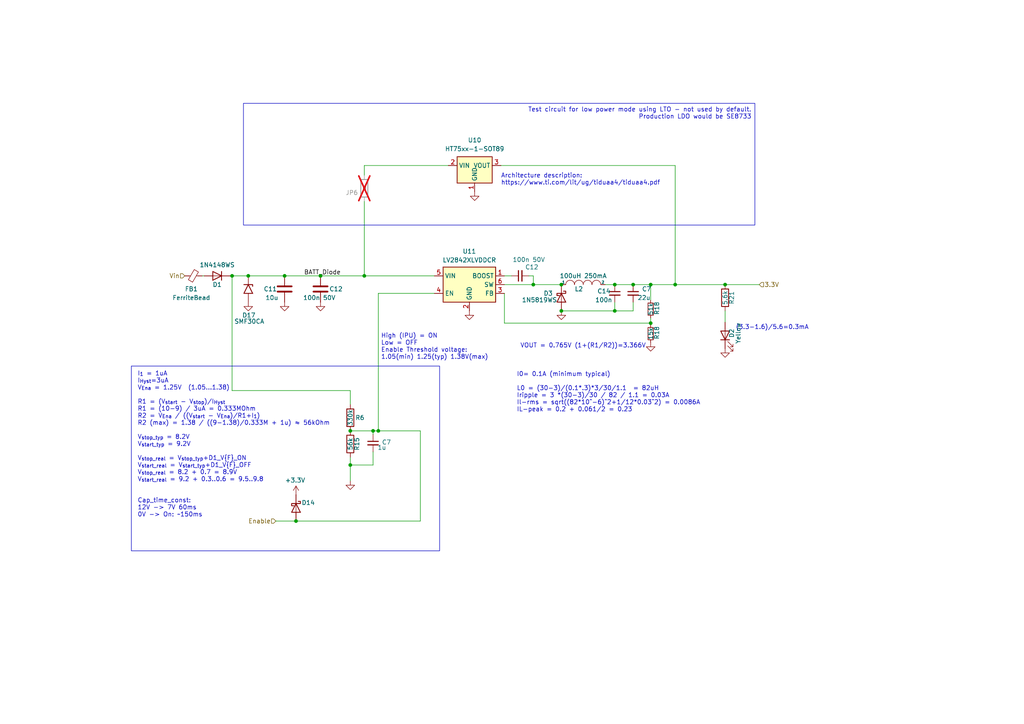
<source format=kicad_sch>
(kicad_sch (version 20230121) (generator eeschema)
  (paper "A4")
  (lib_symbols
    (symbol "Device:C" (pin_numbers hide) (pin_names (offset 0.254))
      (property "Reference" "C" (at 0.635 2.54 0))
      (property "Value" "C" (at 0.635 -2.54 0))
      (symbol "C_0_1"
        (polyline (pts (xy -2.032 -0.762) (xy 2.032 -0.762)) (stroke (width 0.508)))
        (polyline (pts (xy -2.032 0.762) (xy 2.032 0.762)) (stroke (width 0.508)))
      )
      (symbol "C_1_1"
        (pin passive line (at 0 3.81 270) (length 2.794) (name "~") (number "1"))
        (pin passive line (at 0 -3.81 90) (length 2.794) (name "~") (number "2"))
      )
    )
    (symbol "Device:C_Small" (pin_numbers hide) (pin_names (offset 0.254) hide)
      (property "Reference" "C" (at 0.254 1.778 0))
      (property "Value" "C_Small" (at 0.254 -2.032 0))
      (symbol "C_Small_0_1"
        (polyline (pts (xy -1.524 -0.508) (xy 1.524 -0.508)) (stroke (width 0.3302)))
        (polyline (pts (xy -1.524 0.508) (xy 1.524 0.508)) (stroke (width 0.3048)))
      )
      (symbol "C_Small_1_1"
        (pin passive line (at 0 2.54 270) (length 2.032) (name "~") (number "1"))
        (pin passive line (at 0 -2.54 90) (length 2.032) (name "~") (number "2"))
      )
    )
    (symbol "Device:FerriteBead_Small" (pin_numbers hide) (pin_names (offset 0))
      (property "Reference" "FB" (at 1.905 1.27 0))
      (property "Value" "FerriteBead_Small" (at 1.905 -1.27 0))
      (symbol "FerriteBead_Small_0_1"
        (polyline (pts (xy 0 -1.27) (xy 0 -0.7874)))
        (polyline (pts (xy 0 0.889) (xy 0 1.2954)))
        (polyline (pts (xy -1.8288 0.2794) (xy -1.1176 1.4986) (xy 1.8288 -0.2032) (xy 1.1176 -1.4224) (xy -1.8288 0.2794)))
      )
      (symbol "FerriteBead_Small_1_1"
        (pin passive line (at 0 2.54 270) (length 1.27) (name "~") (number "1"))
        (pin passive line (at 0 -2.54 90) (length 1.27) (name "~") (number "2"))
      )
    )
    (symbol "Device:LED" (pin_numbers hide) (pin_names (offset 1.016) hide)
      (property "Reference" "D" (at 0 2.54 0))
      (property "Value" "LED" (at 0 -2.54 0))
      (symbol "LED_0_1"
        (polyline (pts (xy -1.27 -1.27) (xy -1.27 1.27)) (stroke (width 0.254)))
        (polyline (pts (xy -1.27 0) (xy 1.27 0)))
        (polyline (pts (xy 1.27 -1.27) (xy 1.27 1.27) (xy -1.27 0) (xy 1.27 -1.27)) (stroke (width 0.254)))
        (polyline (pts (xy -3.048 -0.762) (xy -4.572 -2.286) (xy -3.81 -2.286) (xy -4.572 -2.286) (xy -4.572 -1.524)))
        (polyline (pts (xy -1.778 -0.762) (xy -3.302 -2.286) (xy -2.54 -2.286) (xy -3.302 -2.286) (xy -3.302 -1.524)))
      )
      (symbol "LED_1_1"
        (pin passive line (at -3.81 0 0) (length 2.54) (name "K") (number "1"))
        (pin passive line (at 3.81 0 180) (length 2.54) (name "A") (number "2"))
      )
    )
    (symbol "Device:R" (pin_numbers hide) (pin_names (offset 0))
      (property "Reference" "R" (at 2.032 0 90))
      (property "Value" "R" (at 0 0 90))
      (symbol "R_0_1"
        (rectangle (start -1.016 -2.54) (end 1.016 2.54) (stroke (width 0.254)))
      )
      (symbol "R_1_1"
        (pin passive line (at 0 3.81 270) (length 1.27) (name "~") (number "1"))
        (pin passive line (at 0 -3.81 90) (length 1.27) (name "~") (number "2"))
      )
    )
    (symbol "Device:R_Small" (pin_numbers hide) (pin_names (offset 0.254) hide)
      (property "Reference" "R" (at 0.762 0.508 0))
      (property "Value" "R_Small" (at 0.762 -1.016 0))
      (symbol "R_Small_0_1"
        (rectangle (start -0.762 1.778) (end 0.762 -1.778) (stroke (width 0.2032)))
      )
      (symbol "R_Small_1_1"
        (pin passive line (at 0 2.54 270) (length 0.762) (name "~") (number "1"))
        (pin passive line (at 0 -2.54 90) (length 0.762) (name "~") (number "2"))
      )
    )
    (symbol "Diode:1N4148WS" (pin_numbers hide) (pin_names hide)
      (property "Reference" "D" (at 0 2.54 0))
      (property "Value" "1N4148WS" (at 0 -2.54 0))
      (symbol "1N4148WS_0_1"
        (polyline (pts (xy -1.27 1.27) (xy -1.27 -1.27)) (stroke (width 0.254)))
        (polyline (pts (xy 1.27 0) (xy -1.27 0)))
        (polyline (pts (xy 1.27 1.27) (xy 1.27 -1.27) (xy -1.27 0) (xy 1.27 1.27)) (stroke (width 0.254)))
      )
      (symbol "1N4148WS_1_1"
        (pin passive line (at -3.81 0 0) (length 2.54) (name "K") (number "1"))
        (pin passive line (at 3.81 0 180) (length 2.54) (name "A") (number "2"))
      )
    )
    (symbol "Diode:1N5819" (pin_numbers hide) (pin_names (offset 1.016) hide)
      (property "Reference" "D" (at 0 2.54 0))
      (property "Value" "1N5819" (at 0 -2.54 0))
      (symbol "1N5819_0_1"
        (polyline (pts (xy 1.27 0) (xy -1.27 0)))
        (polyline (pts (xy 1.27 1.27) (xy 1.27 -1.27) (xy -1.27 0) (xy 1.27 1.27)) (stroke (width 0.254)))
        (polyline (pts (xy -1.905 0.635) (xy -1.905 1.27) (xy -1.27 1.27) (xy -1.27 -1.27) (xy -0.635 -1.27) (xy -0.635 -0.635)) (stroke (width 0.254)))
      )
      (symbol "1N5819_1_1"
        (pin passive line (at -3.81 0 0) (length 2.54) (name "K") (number "1"))
        (pin passive line (at 3.81 0 180) (length 2.54) (name "A") (number "2"))
      )
    )
    (symbol "Diode:SMF30A" (pin_numbers hide) (pin_names (offset 1.016) hide)
      (property "Reference" "D" (at 0 2.54 0))
      (property "Value" "SMF30A" (at 0 -2.54 0))
      (symbol "SMF30A_0_1"
        (polyline (pts (xy -0.762 1.27) (xy -1.27 1.27) (xy -1.27 -1.27)) (stroke (width 0.254)))
        (polyline (pts (xy 1.27 1.27) (xy 1.27 -1.27) (xy -1.27 0) (xy 1.27 1.27)) (stroke (width 0.254)))
      )
      (symbol "SMF30A_1_1"
        (pin passive line (at -3.81 0 0) (length 2.54) (name "A1") (number "1"))
        (pin passive line (at 3.81 0 180) (length 2.54) (name "A2") (number "2"))
      )
    )
    (symbol "Regulator_Linear:HT75xx-1-SOT89"
      (property "Reference" "U" (at -5.08 -3.81 0))
      (property "Value" "HT75xx-1-SOT89" (at 0 6.35 0))
      (symbol "HT75xx-1-SOT89_0_1"
        (rectangle (start -5.08 5.08) (end 5.08 -2.54) (stroke (width 0.254)) (fill (type background)))
      )
      (symbol "HT75xx-1-SOT89_1_1"
        (pin power_in line (at 0 -5.08 90) (length 2.54) (name "GND") (number "1"))
        (pin power_in line (at -7.62 2.54 0) (length 2.54) (name "VIN") (number "2"))
        (pin power_out line (at 7.62 2.54 180) (length 2.54) (name "VOUT") (number "3"))
      )
    )
    (symbol "Regulator_Switching:LM2842X"
      (property "Reference" "U" (at -7.62 6.35 0))
      (property "Value" "LM2842X" (at 0 6.35 0))
      (symbol "LM2842X_0_1"
        (rectangle (start -7.62 5.08) (end 7.62 -5.08) (stroke (width 0.254)) (fill (type background)))
        (pin input line (at 10.16 2.54 180) (length 2.54) (name "BOOST") (number "1"))
      )
      (symbol "LM2842X_1_1"
        (pin power_in line (at 0 -7.62 90) (length 2.54) (name "GND") (number "2"))
        (pin input line (at 10.16 -2.54 180) (length 2.54) (name "FB") (number "3"))
        (pin input line (at -10.16 -2.54 0) (length 2.54) (name "EN") (number "4"))
        (pin power_in line (at -10.16 2.54 0) (length 2.54) (name "VIN") (number "5"))
        (pin output line (at 10.16 0 180) (length 2.54) (name "SW") (number "6"))
      )
    )
    (symbol "power:+3.3V" (power) (pin_names (offset 0))
      (property "Value" "+3.3V" (at 0 3.556 0))
      (symbol "+3.3V_0_1"
        (polyline (pts (xy -0.762 1.27) (xy 0 2.54)))
        (polyline (pts (xy 0 0) (xy 0 2.54)))
        (polyline (pts (xy 0 2.54) (xy 0.762 1.27)))
      )
      (symbol "+3.3V_1_1"
        (pin power_in line (at 0 0 90) (length 0) hide (name "+3.3V") (number "1"))
      )
    )
    (symbol "power:GND" (power) (pin_names (offset 0))
      (property "Value" "GND" (at 0 -3.81 0))
      (symbol "GND_0_1"
        (polyline (pts (xy 0 0) (xy 0 -1.27) (xy 1.27 -1.27) (xy 0 -2.54) (xy -1.27 -1.27) (xy 0 -1.27)))
      )
      (symbol "GND_1_1"
        (pin power_in line (at 0 0 270) (length 0) hide (name "GND") (number "1"))
      )
    )
    (symbol "pspice:INDUCTOR" (pin_numbers hide) (pin_names (offset 0))
      (property "Reference" "L" (at 0 2.54 0))
      (property "Value" "INDUCTOR" (at 0 -1.27 0))
      (symbol "INDUCTOR_0_1"
        (arc (start -2.54 0) (mid -3.81 1.2645) (end -5.08 0))
        (arc (start 0 0) (mid -1.27 1.2645) (end -2.54 0))
        (arc (start 2.54 0) (mid 1.27 1.2645) (end 0 0))
        (arc (start 5.08 0) (mid 3.81 1.2645) (end 2.54 0))
      )
      (symbol "INDUCTOR_1_1"
        (pin input line (at -6.35 0 0) (length 1.27) (name "1") (number "1"))
        (pin input line (at 6.35 0 180) (length 1.27) (name "2") (number "2"))
      )
    )
  )
  (junction (at 101.6 134.874))
  (junction (at 105.664 80.01))
  (junction (at 210.312 82.55))
  (junction (at 183.642 82.55))
  (junction (at 67.31 80.01))
  (junction (at 178.308 82.55))
  (junction (at 108.204 124.968))
  (junction (at 82.55 80.01))
  (junction (at 109.728 124.968))
  (junction (at 162.814 82.55))
  (junction (at 195.834 82.55))
  (junction (at 92.964 80.01))
  (junction (at 188.722 93.726))
  (junction (at 154.686 82.55))
  (junction (at 178.308 90.17))
  (junction (at 162.814 90.17))
  (junction (at 188.722 82.55))
  (junction (at 85.852 151.13))
  (junction (at 101.6 124.968))
  (junction (at 72.009 80.01))
  (wire (pts (xy 82.55 80.01) (xy 92.964 80.01)))
  (wire (pts (xy 105.664 48.006) (xy 105.664 50.8)))
  (wire (pts (xy 146.304 85.09) (xy 146.304 93.726)))
  (wire (pts (xy 101.6 113.284) (xy 101.6 117.348)))
  (wire (pts (xy 121.92 124.968) (xy 109.728 124.968)))
  (wire (pts (xy 195.834 82.55) (xy 210.312 82.55)))
  (wire (pts (xy 146.304 80.01) (xy 148.336 80.01)))
  (wire (pts (xy 188.722 82.55) (xy 195.834 82.55)))
  (wire (pts (xy 178.308 90.17) (xy 183.642 90.17)))
  (wire (pts (xy 92.964 80.01) (xy 105.664 80.01)))
  (wire (pts (xy 154.686 82.55) (xy 162.814 82.55)))
  (wire (pts (xy 109.728 85.09) (xy 125.984 85.09)))
  (wire (pts (xy 178.308 82.55) (xy 183.642 82.55)))
  (wire (pts (xy 67.31 113.284) (xy 67.31 80.01)))
  (wire (pts (xy 80.01 151.13) (xy 85.852 151.13)))
  (wire (pts (xy 145.288 48.006) (xy 195.834 48.006)))
  (wire (pts (xy 178.308 87.63) (xy 178.308 90.17)))
  (wire (pts (xy 108.204 124.968) (xy 109.728 124.968)))
  (wire (pts (xy 188.722 92.202) (xy 188.722 93.726)))
  (wire (pts (xy 195.834 48.006) (xy 195.834 82.55)))
  (wire (pts (xy 210.312 90.17) (xy 210.312 93.472)))
  (wire (pts (xy 108.204 131.064) (xy 108.204 134.874)))
  (wire (pts (xy 67.31 113.284) (xy 101.6 113.284)))
  (wire (pts (xy 101.6 132.588) (xy 101.6 134.874)))
  (wire (pts (xy 175.514 82.55) (xy 178.308 82.55)))
  (wire (pts (xy 121.92 124.968) (xy 121.92 151.13)))
  (wire (pts (xy 109.728 85.09) (xy 109.728 124.968)))
  (wire (pts (xy 105.664 48.006) (xy 130.048 48.006)))
  (wire (pts (xy 108.204 134.874) (xy 101.6 134.874)))
  (wire (pts (xy 59.182 80.01) (xy 58.674 80.01)))
  (wire (pts (xy 153.416 80.01) (xy 154.686 80.01)))
  (wire (pts (xy 183.642 82.55) (xy 188.722 82.55)))
  (wire (pts (xy 183.642 87.63) (xy 183.642 90.17)))
  (wire (pts (xy 146.304 82.55) (xy 154.686 82.55)))
  (wire (pts (xy 188.722 82.55) (xy 188.722 87.122)))
  (wire (pts (xy 105.664 80.01) (xy 125.984 80.01)))
  (wire (pts (xy 154.686 80.01) (xy 154.686 82.55)))
  (wire (pts (xy 108.204 125.984) (xy 108.204 124.968)))
  (wire (pts (xy 162.814 90.17) (xy 178.308 90.17)))
  (wire (pts (xy 66.802 80.01) (xy 67.31 80.01)))
  (wire (pts (xy 85.852 151.13) (xy 121.92 151.13)))
  (wire (pts (xy 101.6 124.968) (xy 108.204 124.968)))
  (wire (pts (xy 72.009 80.01) (xy 82.55 80.01)))
  (wire (pts (xy 210.312 82.55) (xy 220.218 82.55)))
  (wire (pts (xy 67.31 80.01) (xy 72.009 80.01)))
  (wire (pts (xy 188.722 93.726) (xy 188.722 94.234)))
  (wire (pts (xy 146.304 93.726) (xy 188.722 93.726)))
  (wire (pts (xy 101.6 134.874) (xy 101.6 139.446)))
  (wire (pts (xy 105.664 58.42) (xy 105.664 80.01)))
  (rectangle (start 38.1 106.172) (end 127.508 159.766))
  (text_box "Test circuit for low power mode using LTO - not used by default.\nProduction LDO would be SE8733" (at 70.612 29.972 0) (size 148.336 35.306) (effects (font (size 1.27 1.27)) (justify right top)))
  (text "(3.3-1.6)/5.6=0.3mA" (at 213.36 95.758 0) (effects (font (size 1.27 1.27)) (justify left bottom)))
  (text "I_{1} = 1uA\nI_{Hyst}=3uA\nV_{Ena} = 1.25V  (1.05...1.38)\n\nR1 = (V_{start} - V_{stop})/I_{Hyst}\nR1 = (10-9) / 3uA = 0.333MOhm\nR2 = V_{Ena} / ((V_{start} - V_{Ena})/R1+I_{1})\nR2 (max) = 1.38 / ((9-1.38)/0.333M + 1u) ≈ 56kOhm\n\nV_{stop_typ} = 8.2V\nV_{start_typ} = 9.2V\n\nV_{stop_real} = V_{stop_typ}+D1_V{F}_ON\nV_{start_real} = V_{start_typ}+D1_V{F}_OFF\nV_{stop_real} = 8.2 + 0.7 = 8.9V\nV_{start_real} = 9.2 + 0.3..0.6 = 9.5..9.8\n\n\nCap_time_const:\n12V -> 7V 60ms\n0V -> On: ~150ms" (at 39.878 150.114 0) (effects (font (size 1.27 1.27)) (justify left bottom)))
  (text "I0= 0.1A (minimum typical)\n\nL0 = (30-3)/(0.1*.3)*3/30/1.1  = 82uH\nIripple = 3 *(30-3)/30 / 82 / 1.1 = 0.03A\nIl-rms = sqrt((82*10^-6)^2+1/12*0.03^2) = 0.0086A\nIL-peak = 0.2 + 0.061/2 = 0.23\n\n" (at 149.86 121.666 0) (effects (font (size 1.27 1.27)) (justify left bottom)))
  (text "High (IPU) = ON\nLow = OFF\nEnable Threshold voltage:\n1.05(min) 1.25(typ) 1.38V(max)" (at 110.49 104.394 0) (effects (font (size 1.27 1.27)) (justify left bottom)))
  (text "VOUT = 0.765V (1+(R1/R2))=3.366V" (at 150.876 101.092 0) (effects (font (size 1.27 1.27)) (justify left bottom)))
  (text "Architecture description:\nhttps://www.ti.com/lit/ug/tiduaa4/tiduaa4.pdf" (at 145.288 53.848 0) (effects (font (size 1.27 1.27)) (justify left bottom)))
  (label "BATT_Diode" (at 88.138 80.01 0))
  (hierarchical_label "Vin" (shape input) (at 53.594 80.01 180))
  (hierarchical_label "3.3V" (shape input) (at 220.218 82.55 0))
  (hierarchical_label "Enable" (shape input) (at 80.01 151.13 180))
  (symbol (lib_id "Device:R") (at 101.6 128.778 180) (unit 1)
    (property "Reference" "R15" (at 103.505 128.778 90))
    (property "Value" "56k" (at 101.6 128.778 90))
    (property "Footprint" "Resistor_SMD:R_0402_1005Metric" (effects hide))
    (property "LCSC" "C25796" (effects hide))
    (instances (project "StepperServoCAN" (path "" (reference "R15") (unit 1)) (path "" (reference "R49") (unit 1))))
  )
  (symbol (lib_id "Device:C_Small") (at 183.642 85.09 0) (unit 1)
    (property "Reference" "C7" (at 186.182 83.8262 0) (effects (justify left)))
    (property "Value" "22u" (at 184.912 86.36 0) (effects (justify left)))
    (property "Footprint" "Capacitor_SMD:C_0603_1608Metric" (effects hide))
    (property "Datasheet" "https://weblib.samsungsem.com/mlcc/mlcc-ec-data-sheet.do?partNumber=CL10A226MQ8NRN" (effects hide))
    (property "LCSC" "C59461" (effects hide))
    (instances (project "StepperServoCAN" (path "" (reference "C7") (unit 1)) (path "" (reference "C37") (unit 1))))
  )
  (symbol (lib_id "power:GND") (at 82.55 87.63 0) (unit 1)
    (property "Reference" "#PWR012" (effects hide))
    (property "Value" "GND" (effects hide))
    (instances (project "StepperServoCAN" (path "" (reference "#PWR012") (unit 1)) (path "" (reference "#PWR090") (unit 1))))
  )
  (symbol (lib_id "Device:C_Small") (at 150.876 80.01 90) (unit 1)
    (property "Reference" "C12" (at 156.21 77.47 90) (effects (justify left)))
    (property "Value" "100n 50V" (at 158.115 75.311 90) (effects (justify left)))
    (property "Footprint" "Capacitor_SMD:C_0402_1005Metric" (effects hide))
    (property "Part" "CL05B104KB54PNC" (effects hide))
    (property "LCSC" "C307331" (effects hide))
    (instances (project "StepperServoCAN" (path "" (reference "C12") (unit 1)) (path "" (reference "C33") (unit 1))))
  )
  (symbol (lib_id "Diode:1N5819") (at 162.814 86.36 270) (unit 1)
    (property "Reference" "D3" (at 159.004 85.09 90))
    (property "Value" "1N5819WS" (at 156.464 86.995 90))
    (property "Footprint" "Diode_SMD:D_SOD-323" (effects hide))
    (property "Datasheet" "https://datasheet.lcsc.com/lcsc/2204281430_Guangdong-Hottech-1N5819WS_C191023.pdf" (effects hide))
    (property "LCSC" "C191023" (effects hide))
    (instances (project "StepperServoCAN" (path "" (reference "D3") (unit 1)) (path "" (reference "D20") (unit 1))))
  )
  (symbol (lib_id "pspice:INDUCTOR") (at 169.164 82.55 0) (unit 1)
    (property "Reference" "L2" (at 167.894 83.82 0))
    (property "Value" "100uH 250mA" (at 169.164 80.01 0))
    (property "Footprint" "Inductor_SMD:L_Sunlord_SWPA3012S" (effects hide))
    (property "Datasheet" "https://datasheet.lcsc.com/lcsc/1810061014_cjiang-Changjiang-Microelectronics-Tech-FNR4030S221MT_C167899.pdf" (effects hide))
    (property "LCSC" "C167741" (effects hide))
  )
  (symbol (lib_id "Device:C") (at 92.964 83.82 0) (unit 1)
    (property "Reference" "C12" (at 95.504 83.82 0) (effects (justify left)))
    (property "Value" "100n 50V" (at 87.884 86.36 0) (effects (justify left)))
    (property "Footprint" "Capacitor_SMD:C_0402_1005Metric" (effects hide))
    (property "Datasheet" "https://weblib.samsungsem.com/mlcc/mlcc-ec-data-sheet.do?partNumber=CL05B104KB54PN" (effects hide))
    (property "Part" "CL05B104KB54PNC" (effects hide))
    (property "LCSC" "C307331" (effects hide))
    (instances (project "StepperServoCAN" (path "" (reference "C12") (unit 1)) (path "" (reference "C35") (unit 1))))
  )
  (symbol (lib_id "Diode:SMF30A") (at 72.009 83.82 270) (unit 1)
    (property "Reference" "D17" (at 70.231 91.44 90) (effects (justify left)))
    (property "Value" "SMF30CA" (at 67.945 93.218 90) (effects (justify left)))
    (property "Footprint" "Diode_SMD:D_SMF" (effects hide))
    (property "Datasheet" "https://www.vishay.com/doc?85881" (effects hide))
    (property "LCSC" "C2990493" (effects hide))
    (instances (project "StepperServoCAN" (path "" (reference "D17") (unit 1)) (path "" (reference "D19") (unit 1))))
  )
  (symbol (lib_id "Device:FerriteBead_Small") (at 56.134 80.01 90) (unit 1)
    (property "Reference" "FB1" (at 55.499 83.82 90))
    (property "Value" "FerriteBead" (at 55.499 86.36 90))
    (property "Footprint" "Inductor_SMD:L_0603_1608Metric" (effects hide))
    (property "Datasheet" "https://datasheet.lcsc.com/lcsc/2109180930_Sunlord-GZ1608D601TF_C1002.pdf" (effects hide))
    (property "LCSC" "C1002" (effects hide))
    (property "MFR.Part #" "GZ1608D601TF" (effects hide))
    (property "Description" "This one is 200mA which is way above the limit because at 12V current is 4x smaller" (effects hide))
    (instances (project "StepperServoCAN" (path "" (reference "FB1") (unit 1)) (path "" (reference "FB2") (unit 1))))
  )
  (symbol (lib_id "Device:LED") (at 210.312 97.282 90) (unit 1)
    (property "Reference" "D2" (at 212.217 96.647 0))
    (property "Value" "Yellow" (at 214.122 96.647 0))
    (property "Footprint" "LED_SMD:LED_0603_1608Metric" (effects hide))
    (property "LCSC" "C72038" (effects hide))
    (instances (project "StepperServoCAN" (path "" (reference "D2") (unit 1)) (path "" (reference "D21") (unit 1))))
  )
  (symbol (lib_id "Diode:1N5819") (at 85.852 147.32 270) (unit 1)
    (property "Reference" "D14" (at 89.408 145.796 90))
    (property "Value" "1N5819WS" (effects hide))
    (property "Footprint" "Diode_SMD:D_SOD-323" (effects hide))
    (property "Datasheet" "https://datasheet.lcsc.com/lcsc/2204281430_Guangdong-Hottech-1N5819WS_C191023.pdf" (effects hide))
    (property "LCSC" "C191023" (effects hide))
    (instances (project "StepperServoCAN" (path "" (reference "D14") (unit 1)) (path "" (reference "D22") (unit 1))))
  )
  (symbol (lib_id "Device:C") (at 82.55 83.82 0) (unit 1)
    (property "Reference" "C11" (at 76.454 83.82 0) (effects (justify left)))
    (property "Value" "10u" (at 76.962 86.36 0) (effects (justify left)))
    (property "Footprint" "Capacitor_SMD:C_0805_2012Metric" (effects hide))
    (property "Datasheet" "https://www.murata.com/en-eu/products/productdetail?partno=GRM21BR61H106KE43%23" (effects hide))
    (property "Part" "GRM21BR61H106KE43L" (effects hide))
    (property "LCSC" "C440198" (effects hide))
    (instances (project "StepperServoCAN" (path "" (reference "C11") (unit 1)) (path "" (reference "C34") (unit 1))))
  )
  (symbol (lib_id "Device:C_Small") (at 108.204 128.524 0) (unit 1)
    (property "Reference" "C7" (at 110.744 128.27 0) (effects (justify left)))
    (property "Value" "1u" (at 109.474 129.794 0) (effects (justify left)))
    (property "Footprint" "Capacitor_SMD:C_0402_1005Metric" (effects hide))
    (property "Datasheet" "https://weblib.samsungsem.com/mlcc/mlcc-ec-data-sheet.do?partNumber=CL05A105KA5NQN" (effects hide))
    (property "LCSC" "C52923" (effects hide))
    (instances (project "StepperServoCAN" (path "" (reference "C7") (unit 1)) (path "" (reference "C38") (unit 1))))
  )
  (symbol (lib_id "power:GND") (at 92.964 87.63 0) (unit 1)
    (property "Reference" "#PWR012" (effects hide))
    (property "Value" "GND" (effects hide))
    (instances (project "StepperServoCAN" (path "" (reference "#PWR012") (unit 1)) (path "" (reference "#PWR091") (unit 1))))
  )
  (symbol (lib_id "Device:R") (at 210.312 86.36 180) (unit 1)
    (property "Reference" "R21" (at 212.217 86.36 90))
    (property "Value" "5.6k" (at 210.312 86.36 90))
    (property "Footprint" "Resistor_SMD:R_0402_1005Metric" (effects hide))
    (property "LCSC" "C25908" (effects hide))
    (instances (project "StepperServoCAN" (path "" (reference "R21") (unit 1)) (path "" (reference "R45") (unit 1))))
  )
  (symbol (lib_id "power:GND") (at 210.312 101.092 0) (unit 1)
    (property "Reference" "#PWR018" (effects hide))
    (property "Value" "GND" (effects hide))
    (instances (project "StepperServoCAN" (path "" (reference "#PWR018") (unit 1)) (path "" (reference "#PWR095") (unit 1))))
  )
  (symbol (lib_id "Regulator_Switching:LM2842X") (at 136.144 82.55 0) (unit 1)
    (property "Reference" "U11" (at 136.144 72.898 0))
    (property "Value" "LV2842XLVDDCR" (at 136.144 75.438 0))
    (property "Footprint" "Package_TO_SOT_SMD:TSOT-23-6" (effects hide))
    (property "Datasheet" "https://datasheet.lcsc.com/lcsc/1811121620_Texas-Instruments-LV2842XLVDDCR_C225807.pdf" (effects hide))
    (property "Alternative" "LMR14010A or LMR14006 or TPS54160" (effects hide))
    (property "LCSC" "C225807" (effects hide))
  )
  (symbol (lib_id "Device:C_Small") (at 178.308 85.09 0) (unit 1)
    (property "Reference" "C14" (at 173.228 84.455 0) (effects (justify left)))
    (property "Value" "100n" (at 172.593 86.995 0) (effects (justify left)))
    (property "Footprint" "Capacitor_SMD:C_0402_1005Metric" (effects hide))
    (property "Datasheet" "https://weblib.samsungsem.com/mlcc/mlcc-ec-data-sheet.do?partNumber=CL05B104KO5NNN" (effects hide))
    (property "LCSC" "C1525" (effects hide))
    (instances (project "StepperServoCAN" (path "" (reference "C14") (unit 1)) (path "" (reference "C36") (unit 1))))
  )
  (symbol (lib_id "Device:R_Small") (at 188.722 96.774 180) (unit 1)
    (property "Reference" "R18" (at 190.5 96.52 90))
    (property "Value" "15k" (at 188.722 96.774 90))
    (property "Footprint" "Resistor_SMD:R_0402_1005Metric" (effects hide))
    (property "LCSC" "C25756" (effects hide))
    (instances (project "StepperServoCAN" (path "" (reference "R18") (unit 1)) (path "" (reference "R47") (unit 1))))
  )
  (symbol (lib_id "power:GND") (at 162.814 90.17 0) (unit 1)
    (property "Reference" "#PWR019" (effects hide))
    (property "Value" "GND" (effects hide))
    (instances (project "StepperServoCAN" (path "" (reference "#PWR019") (unit 1)) (path "" (reference "#PWR093") (unit 1))))
  )
  (symbol (lib_id "power:GND") (at 136.144 90.17 0) (unit 1)
    (property "Reference" "#PWR019" (effects hide))
    (property "Value" "GND" (effects hide))
    (instances (project "StepperServoCAN" (path "" (reference "#PWR019") (unit 1)) (path "" (reference "#PWR092") (unit 1))))
  )
  (symbol (lib_id "power:GND") (at 188.722 99.314 0) (unit 1)
    (property "Reference" "#PWR019" (effects hide))
    (property "Value" "GND" (effects hide))
    (instances (project "StepperServoCAN" (path "" (reference "#PWR019") (unit 1)) (path "" (reference "#PWR094") (unit 1))))
  )
  (symbol (lib_id "power:GND") (at 101.6 139.446 0) (unit 1)
    (property "Reference" "#PWR012" (effects hide))
    (property "Value" "GND" (effects hide))
    (instances (project "StepperServoCAN" (path "" (reference "#PWR012") (unit 1)) (path "" (reference "#PWR096") (unit 1))))
  )
  (symbol (lib_id "Device:R") (at 101.6 121.158 180) (unit 1)
    (property "Reference" "R6" (at 104.394 121.158 0))
    (property "Value" "330k" (at 101.6 121.158 90))
    (property "Footprint" "Resistor_SMD:R_0402_1005Metric" (effects hide))
    (property "LCSC" "C25778" (effects hide))
    (instances (project "StepperServoCAN" (path "" (reference "R6") (unit 1)) (path "" (reference "R48") (unit 1))))
  )
  (symbol (lib_id "power:GND") (at 72.009 87.63 0) (unit 1)
    (property "Reference" "#PWR092" (effects hide))
    (property "Value" "GND" (effects hide))
    (instances (project "StepperServoCAN" (path "" (reference "#PWR092") (unit 1)) (path "" (reference "#PWR089") (unit 1))))
  )
  (symbol (lib_id "Diode:1N4148WS") (at 62.992 80.01 180) (unit 1)
    (property "Reference" "D1" (at 62.992 82.55 0))
    (property "Value" "1N4148WS" (at 62.992 76.835 0))
    (property "Footprint" "Diode_SMD:D_SOD-323" (effects hide))
    (property "Datasheet" "https://datasheet.lcsc.com/lcsc/1810101110_Jiangsu-Changjing-Electronics-Technology-Co---Ltd--1N4148WS_C2128.pdf" (effects hide))
    (property "LCSC" "C2128" (effects hide))
    (property "Sim.Device" "D" (effects hide))
    (property "Sim.Pins" "1=K 2=A" (effects hide))
    (property "Note" "Low reverse current" (effects hide))
    (instances (project "StepperServoCAN" (path "" (reference "D1") (unit 1)) (path "" (reference "D18") (unit 1))))
  )
  (symbol (lib_id "Regulator_Linear:HT75xx-1-SOT89") (at 137.668 50.546 0) (unit 1)
    (property "Reference" "U10" (at 137.668 40.64 0))
    (property "Value" "HT75xx-1-SOT89" (at 137.668 43.18 0))
    (property "Footprint" "Package_TO_SOT_SMD:SOT-89-3" (effects hide))
    (property "Datasheet" "https://datasheet.lcsc.com/lcsc/1811062113_Holtek-Semicon-HT7533-1_C14289.pdf" (effects hide))
    (property "LCSC" "C14289" (effects hide))
  )
  (symbol (lib_id "power:+3.3V") (at 85.852 143.51 0) (unit 1)
    (property "Reference" "#PWR06" (effects hide))
    (property "Value" "+3.3V" (at 85.6039 139.3021 0))
    (instances (project "StepperServoCAN" (path "" (reference "#PWR06") (unit 1)) (path "" (reference "#PWR097") (unit 1))))
  )
  (symbol (lib_id "power:GND") (at 137.668 55.626 0) (unit 1)
    (property "Reference" "#PWR019" (effects hide))
    (property "Value" "GND" (effects hide))
    (instances (project "StepperServoCAN" (path "" (reference "#PWR019") (unit 1)) (path "" (reference "#PWR088") (unit 1))))
  )
  (symbol (lib_id "Device:R_Small") (at 188.722 89.662 180) (unit 1)
    (property "Reference" "R18" (at 190.5 89.408 90))
    (property "Value" "51k" (at 188.722 89.662 90))
    (property "Footprint" "Resistor_SMD:R_0402_1005Metric" (effects hide))
    (property "LCSC" "C25794" (effects hide))
    (instances (project "StepperServoCAN" (path "" (reference "R18") (unit 1)) (path "" (reference "R46") (unit 1))))
  )
  (symbol (lib_id "Device:R") (at 105.664 54.61 180) (unit 1) (in_bom no) (dnp yes)
    (property "Reference" "JP6" (at 103.886 55.88 0) (effects (justify left)))
    (property "Value" "0" (at 106.426 54.61 0) (effects (justify left)))
    (property "Footprint" "Resistor_SMD:R_0805_2012Metric" (effects hide))
    (property "LCSC" "C21189" (effects hide))
  )
)
</source>
